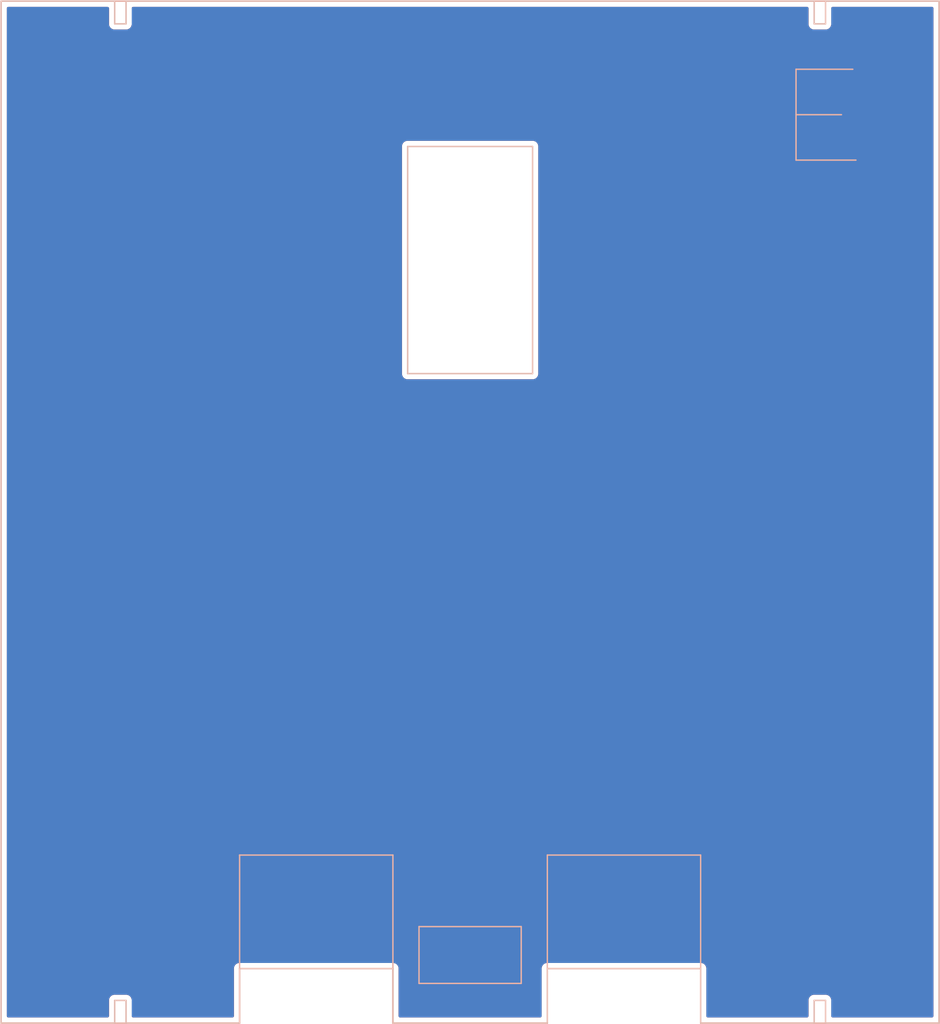
<source format=kicad_pcb>
(kicad_pcb
	(version 20240108)
	(generator "pcbnew")
	(generator_version "8.0")
	(general
		(thickness 1.6)
		(legacy_teardrops no)
	)
	(paper "A4")
	(layers
		(0 "F.Cu" signal)
		(31 "B.Cu" signal)
		(34 "B.Paste" user)
		(35 "F.Paste" user)
		(36 "B.SilkS" user "B.Silkscreen")
		(37 "F.SilkS" user "F.Silkscreen")
		(38 "B.Mask" user)
		(39 "F.Mask" user)
		(40 "Dwgs.User" user "User.Drawings")
		(44 "Edge.Cuts" user)
		(45 "Margin" user)
		(46 "B.CrtYd" user "B.Courtyard")
		(47 "F.CrtYd" user "F.Courtyard")
	)
	(setup
		(pad_to_mask_clearance 0)
		(allow_soldermask_bridges_in_footprints no)
		(pcbplotparams
			(layerselection 0x00010fc_ffffffff)
			(plot_on_all_layers_selection 0x0000000_00000000)
			(disableapertmacros no)
			(usegerberextensions no)
			(usegerberattributes yes)
			(usegerberadvancedattributes yes)
			(creategerberjobfile yes)
			(dashed_line_dash_ratio 12.000000)
			(dashed_line_gap_ratio 3.000000)
			(svgprecision 4)
			(plotframeref no)
			(viasonmask no)
			(mode 1)
			(useauxorigin no)
			(hpglpennumber 1)
			(hpglpenspeed 20)
			(hpglpendiameter 15.000000)
			(pdf_front_fp_property_popups yes)
			(pdf_back_fp_property_popups yes)
			(dxfpolygonmode yes)
			(dxfimperialunits yes)
			(dxfusepcbnewfont yes)
			(psnegative no)
			(psa4output no)
			(plotreference yes)
			(plotvalue yes)
			(plotfptext yes)
			(plotinvisibletext no)
			(sketchpadsonfab no)
			(subtractmaskfromsilk no)
			(outputformat 1)
			(mirror no)
			(drillshape 0)
			(scaleselection 1)
			(outputdirectory "../Gerbers1_0.8/")
		)
	)
	(net 0 "")
	(gr_line
		(start 189.6 141.1)
		(end 189.6 51.1)
		(stroke
			(width 0.127)
			(type default)
		)
		(layer "B.SilkS")
		(uuid "05f43510-7814-41be-af68-4c71278fb1f5")
	)
	(gr_line
		(start 143.8 137.6)
		(end 143.8 132.6)
		(stroke
			(width 0.127)
			(type default)
		)
		(layer "B.SilkS")
		(uuid "06e753b9-ad36-4fd2-ad4a-d6b6bb270530")
	)
	(gr_line
		(start 153.8 83.9)
		(end 142.8 83.9)
		(stroke
			(width 0.127)
			(type default)
		)
		(layer "B.SilkS")
		(uuid "09806cd5-42a3-45f7-a0ac-32bb5a077924")
	)
	(gr_line
		(start 128 141.1)
		(end 128 136.3)
		(stroke
			(width 0.127)
			(type default)
		)
		(layer "B.SilkS")
		(uuid "0c055b7b-8125-4dec-a318-eba6d4636cbc")
	)
	(gr_line
		(start 189.6 141.1)
		(end 189.6 51.1)
		(stroke
			(width 0.127)
			(type default)
		)
		(layer "B.SilkS")
		(uuid "1387e6cf-df15-4fad-9627-c45bdc4a79ab")
	)
	(gr_line
		(start 178.598464 53.099999)
		(end 178.598464 51.1)
		(stroke
			(width 0.127)
			(type default)
		)
		(layer "B.SilkS")
		(uuid "1769392d-76ba-4558-b2a0-60a7af315f8c")
	)
	(gr_line
		(start 118 53.099999)
		(end 118 51.1)
		(stroke
			(width 0.127)
			(type default)
		)
		(layer "B.SilkS")
		(uuid "1cbe80e6-309a-4b78-be4a-9500da2a6917")
	)
	(gr_line
		(start 141.5 136.3)
		(end 141.5 126.3)
		(stroke
			(width 0.127)
			(type default)
		)
		(layer "B.SilkS")
		(uuid "20b12859-a28e-4f4e-aba7-7306c8f25031")
	)
	(gr_line
		(start 107 141.1)
		(end 117 141.1)
		(stroke
			(width 0.127)
			(type default)
		)
		(layer "B.SilkS")
		(uuid "23ba5188-034f-4ee4-aeb9-95fa42d09e6b")
	)
	(gr_line
		(start 128 141.1)
		(end 128 136.3)
		(stroke
			(width 0.127)
			(type default)
		)
		(layer "B.SilkS")
		(uuid "34be9c1b-d0f8-4239-bd96-a4bc425d30a2")
	)
	(gr_line
		(start 177.000001 57.099999)
		(end 182.000001 57.099999)
		(stroke
			(width 0.127)
			(type default)
		)
		(layer "B.SilkS")
		(uuid "36fd989b-2c76-4e6f-8ebd-7d51299615a6")
	)
	(gr_line
		(start 117 53.099999)
		(end 117 51.1)
		(stroke
			(width 0.127)
			(type default)
		)
		(layer "B.SilkS")
		(uuid "3ce1f1f3-1103-4a86-90c1-d1d127c0f100")
	)
	(gr_line
		(start 179.598464 53.099999)
		(end 179.598464 51.1)
		(stroke
			(width 0.127)
			(type default)
		)
		(layer "B.SilkS")
		(uuid "414e11e3-6e64-48bd-a619-7e432f0ce169")
	)
	(gr_line
		(start 168.6 141.1)
		(end 178.598464 141.1)
		(stroke
			(width 0.127)
			(type default)
		)
		(layer "B.SilkS")
		(uuid "4538b33b-476c-4587-a7fc-859bac2541e5")
	)
	(gr_line
		(start 141.5 126.3)
		(end 128 126.3)
		(stroke
			(width 0.127)
			(type default)
		)
		(layer "B.SilkS")
		(uuid "479c79ad-3a29-4e12-9f53-8d8ea63b78a5")
	)
	(gr_line
		(start 168.6 136.3)
		(end 168.6 141.1)
		(stroke
			(width 0.127)
			(type default)
		)
		(layer "B.SilkS")
		(uuid "4c1670fb-8194-467c-bc1e-5312950b5e12")
	)
	(gr_line
		(start 117 53.099999)
		(end 118 53.099999)
		(stroke
			(width 0.127)
			(type default)
		)
		(layer "B.SilkS")
		(uuid "52e378c8-6264-4cee-b7bf-4e186993d54b")
	)
	(gr_line
		(start 177.000001 65.099999)
		(end 177.000001 57.099999)
		(stroke
			(width 0.127)
			(type default)
		)
		(layer "B.SilkS")
		(uuid "551fb971-f6fd-46b6-b23e-0e7508d079fb")
	)
	(gr_line
		(start 178.598464 139.1)
		(end 178.598464 141.1)
		(stroke
			(width 0.127)
			(type default)
		)
		(layer "B.SilkS")
		(uuid "5a86925a-2fdf-4c77-be6b-96eaad34c6e0")
	)
	(gr_line
		(start 118 141.1)
		(end 128 141.1)
		(stroke
			(width 0.127)
			(type default)
		)
		(layer "B.SilkS")
		(uuid "5b570d6d-7d9a-44e7-8fef-01792b805f72")
	)
	(gr_line
		(start 142.8 63.9)
		(end 153.8 63.9)
		(stroke
			(width 0.127)
			(type default)
		)
		(layer "B.SilkS")
		(uuid "5c484473-14ac-4ce0-bc25-eac06d4c4ecb")
	)
	(gr_line
		(start 155.1 126.3)
		(end 155.1 136.3)
		(stroke
			(width 0.127)
			(type default)
		)
		(layer "B.SilkS")
		(uuid "715ba6b4-230f-4bcd-b718-2d6befb7c0f1")
	)
	(gr_line
		(start 107 141.1)
		(end 128 141.1)
		(stroke
			(width 0.127)
			(type default)
		)
		(layer "B.SilkS")
		(uuid "76b77f63-2f5f-4f68-8668-d4b323b462bc")
	)
	(gr_line
		(start 128 126.3)
		(end 128 136.3)
		(stroke
			(width 0.127)
			(type default)
		)
		(layer "B.SilkS")
		(uuid "77b96a56-4ace-421a-baa0-656cc40060ea")
	)
	(gr_line
		(start 179.598464 53.099999)
		(end 178.598464 53.099999)
		(stroke
			(width 0.127)
			(type default)
		)
		(layer "B.SilkS")
		(uuid "7b4c3c95-6f20-4e18-96e7-4d49cb016a9f")
	)
	(gr_line
		(start 179.598464 141.1)
		(end 189.6 141.1)
		(stroke
			(width 0.127)
			(type default)
		)
		(layer "B.SilkS")
		(uuid "7ec57a28-6852-4e3d-9fe7-b1e243063717")
	)
	(gr_line
		(start 118 139.1)
		(end 117 139.1)
		(stroke
			(width 0.127)
			(type default)
		)
		(layer "B.SilkS")
		(uuid "816e200e-6eb6-486f-b778-3180bb81332a")
	)
	(gr_line
		(start 155.1 136.3)
		(end 168.6 136.3)
		(stroke
			(width 0.127)
			(type default)
		)
		(layer "B.SilkS")
		(uuid "8562ef61-64cb-4080-9ac0-58c43ef266c8")
	)
	(gr_line
		(start 177.000001 65.099999)
		(end 182.275287 65.099999)
		(stroke
			(width 0.127)
			(type default)
		)
		(layer "B.SilkS")
		(uuid "879dbb60-fb17-4bd2-aa06-35af9bbe1b6e")
	)
	(gr_line
		(start 177.000001 61.099999)
		(end 181.000001 61.099999)
		(stroke
			(width 0.127)
			(type default)
		)
		(layer "B.SilkS")
		(uuid "88144356-864d-4a87-9498-a21f958a2c55")
	)
	(gr_line
		(start 107 51.1)
		(end 107 141.1)
		(stroke
			(width 0.127)
			(type default)
		)
		(layer "B.SilkS")
		(uuid "8f4305b7-c2d0-49e5-a67b-98cf7166d610")
	)
	(gr_line
		(start 155.1 141.1)
		(end 155.1 136.3)
		(stroke
			(width 0.127)
			(type default)
		)
		(layer "B.SilkS")
		(uuid "9b19424d-9765-4e15-90d1-0268afc0035d")
	)
	(gr_line
		(start 141.5 141.1)
		(end 155.1 141.1)
		(stroke
			(width 0.127)
			(type default)
		)
		(layer "B.SilkS")
		(uuid "9b3ad184-68c5-47dc-a02f-d153c026723f")
	)
	(gr_line
		(start 155.1 141.1)
		(end 155.1 136.3)
		(stroke
			(width 0.127)
			(type default)
		)
		(layer "B.SilkS")
		(uuid "9f3d5605-067b-4513-9269-e623d7f4a933")
	)
	(gr_line
		(start 143.8 132.6)
		(end 152.8 132.6)
		(stroke
			(width 0.127)
			(type default)
		)
		(layer "B.SilkS")
		(uuid "9fc01870-a08f-4ac9-83c4-36dadf267560")
	)
	(gr_line
		(start 168.6 126.3)
		(end 155.1 126.3)
		(stroke
			(width 0.127)
			(type default)
		)
		(layer "B.SilkS")
		(uuid "a4a42fdb-b6ff-4e2e-bfa3-a15478b8befc")
	)
	(gr_line
		(start 189.6 51.1)
		(end 107 51.1)
		(stroke
			(width 0.127)
			(type default)
		)
		(layer "B.SilkS")
		(uuid "a93c0bf7-cea6-41ea-973d-1817673671a2")
	)
	(gr_line
		(start 152.8 137.6)
		(end 143.8 137.6)
		(stroke
			(width 0.127)
			(type default)
		)
		(layer "B.SilkS")
		(uuid "b02d2c6e-14fe-45e2-9b01-f4ca562a69c5")
	)
	(gr_line
		(start 107 51.1)
		(end 117 51.1)
		(stroke
			(width 0.127)
			(type default)
		)
		(layer "B.SilkS")
		(uuid "b3db8b0f-4cc1-4362-b8e5-4ea4f14ee1bd")
	)
	(gr_line
		(start 117 139.1)
		(end 117 141.1)
		(stroke
			(width 0.127)
			(type default)
		)
		(layer "B.SilkS")
		(uuid "c0c0b9b3-4a13-4d95-a393-b91745ac81b3")
	)
	(gr_line
		(start 142.8 83.9)
		(end 142.8 63.9)
		(stroke
			(width 0.127)
			(type default)
		)
		(layer "B.SilkS")
		(uuid "c2b2596f-1424-496e-897f-9aa4fd4bd65e")
	)
	(gr_line
		(start 179.598464 141.1)
		(end 179.598464 139.1)
		(stroke
			(width 0.127)
			(type default)
		)
		(layer "B.SilkS")
		(uuid "c42f42a3-db24-4d7f-8f88-f796f54b7550")
	)
	(gr_line
		(start 118 141.1)
		(end 118 139.1)
		(stroke
			(width 0.127)
			(type default)
		)
		(layer "B.SilkS")
		(uuid "df0477a0-5923-4fd3-9a6b-596b5d717554")
	)
	(gr_line
		(start 128 136.3)
		(end 141.5 136.3)
		(stroke
			(width 0.127)
			(type default)
		)
		(layer "B.SilkS")
		(uuid "df8c673f-7e05-451f-ac6e-749411c31d49")
	)
	(gr_line
		(start 141.5 136.3)
		(end 141.5 141.1)
		(stroke
			(width 0.127)
			(type default)
		)
		(layer "B.SilkS")
		(uuid "e30c7dcc-ca1f-4961-aab9-4d4913f02117")
	)
	(gr_line
		(start 107 51.1)
		(end 107 141.1)
		(stroke
			(width 0.127)
			(type default)
		)
		(layer "B.SilkS")
		(uuid "e329dbb2-a5ab-42d1-bb52-fc8ef457455b")
	)
	(gr_line
		(start 168.6 141.1)
		(end 189.6 141.1)
		(stroke
			(width 0.127)
			(type default)
		)
		(layer "B.SilkS")
		(uuid "e43e49d4-4669-4308-b5ec-26beff8e02d0")
	)
	(gr_line
		(start 141.5 141.1)
		(end 155.1 141.1)
		(stroke
			(width 0.127)
			(type default)
		)
		(layer "B.SilkS")
		(uuid "e4cb1a5d-f982-4c3a-a161-3b4dbd698e29")
	)
	(gr_line
		(start 179.598464 51.1)
		(end 189.6 51.1)
		(stroke
			(width 0.127)
			(type default)
		)
		(layer "B.SilkS")
		(uuid "e5bf475d-a6b2-4be9-a5f8-c3e631f97826")
	)
	(gr_line
		(start 155.1 136.3)
		(end 168.6 136.3)
		(stroke
			(width 0.127)
			(type default)
		)
		(layer "B.SilkS")
		(uuid "e726675c-c749-4513-a7fb-bcbad1fa6ecf")
	)
	(gr_line
		(start 152.8 132.6)
		(end 152.8 137.6)
		(stroke
			(width 0.127)
			(type default)
		)
		(layer "B.SilkS")
		(uuid "e81666d9-2ca8-482a-b1fa-2cda52747a1c")
	)
	(gr_line
		(start 128 136.3)
		(end 141.5 136.3)
		(stroke
			(width 0.127)
			(type default)
		)
		(layer "B.SilkS")
		(uuid "eb1774b8-99a2-469f-9e5e-3d266a57614d")
	)
	(gr_line
		(start 168.6 136.3)
		(end 168.6 126.3)
		(stroke
			(width 0.127)
			(type default)
		)
		(layer "B.SilkS")
		(uuid "f1caaac3-bdda-4b53-933f-42dce69fe86c")
	)
	(gr_line
		(start 179.598464 139.1)
		(end 178.598464 139.1)
		(stroke
			(width 0.127)
			(type default)
		)
		(layer "B.SilkS")
		(uuid "f269557c-4026-4059-9939-60b064392ea5")
	)
	(gr_line
		(start 153.8 63.9)
		(end 153.8 83.9)
		(stroke
			(width 0.127)
			(type default)
		)
		(layer "B.SilkS")
		(uuid "f8f97d82-d7a4-42c8-9961-b48912e5633e")
	)
	(gr_line
		(start 141.5 136.3)
		(end 141.5 141.1)
		(stroke
			(width 0.127)
			(type default)
		)
		(layer "B.SilkS")
		(uuid "f97ca203-2707-4689-ada0-6b7cbbde6e26")
	)
	(gr_line
		(start 168.6 136.3)
		(end 168.6 141.1)
		(stroke
			(width 0.127)
			(type default)
		)
		(layer "B.SilkS")
		(uuid "fc02105e-c3d3-4331-9fff-4b12e13e3a30")
	)
	(gr_line
		(start 118 51.1)
		(end 178.598464 51.1)
		(stroke
			(width 0.127)
			(type default)
		)
		(layer "B.SilkS")
		(uuid "fc421174-d03a-467c-81da-f2c0fe66d988")
	)
	(gr_line
		(start 189.6 141.1)
		(end 189.6 51.1)
		(stroke
			(width 0.0254)
			(type default)
		)
		(layer "Edge.Cuts")
		(uuid "0745e50a-663b-4b23-9a61-fcad1ecfc9c9")
	)
	(gr_line
		(start 179.6 51.1)
		(end 179.6 53.1)
		(stroke
			(width 0.0254)
			(type default)
		)
		(layer "Edge.Cuts")
		(uuid "08c80ff3-2d6f-4401-b40c-419e434b4cdf")
	)
	(gr_line
		(start 168.6 141.1)
		(end 168.6 136.3)
		(stroke
			(width 0.0254)
			(type default)
		)
		(layer "Edge.Cuts")
		(uuid "098b0910-9fb5-4bce-9257-ec7ede3bc531")
	)
	(gr_line
		(start 142.8 83.9)
		(end 153.8 83.9)
		(stroke
			(width 0.0254)
			(type default)
		)
		(layer "Edge.Cuts")
		(uuid "0ede025c-2e62-4982-bd9a-397dcd0b06da")
	)
	(gr_line
		(start 168.6 136.3)
		(end 155.1 136.3)
		(stroke
			(width 0.0254)
			(type default)
		)
		(layer "Edge.Cuts")
		(uuid "19524236-fa65-42b6-9a01-d262656f0cef")
	)
	(gr_line
		(start 128 141.1)
		(end 128 136.3)
		(stroke
			(width 0.0254)
			(type default)
		)
		(layer "Edge.Cuts")
		(uuid "1a05804f-3640-487b-b2b1-09903bd4fd5e")
	)
	(gr_line
		(start 141.5 136.3)
		(end 141.5 141.1)
		(stroke
			(width 0.0254)
			(type default)
		)
		(layer "Edge.Cuts")
		(uuid "2d2d6a7b-9c26-4501-be39-db24297bb1c4")
	)
	(gr_line
		(start 178.6 141.1)
		(end 168.6 141.1)
		(stroke
			(width 0.0254)
			(type default)
		)
		(layer "Edge.Cuts")
		(uuid "2e87236a-330c-4367-bcca-a2c73ab4c2ba")
	)
	(gr_line
		(start 178.6 53.1)
		(end 178.6 51.1)
		(stroke
			(width 0.0254)
			(type default)
		)
		(layer "Edge.Cuts")
		(uuid "362396bc-ea63-49e3-8693-8b9881063671")
	)
	(gr_line
		(start 153.8 83.9)
		(end 153.8 63.9)
		(stroke
			(width 0.0254)
			(type default)
		)
		(layer "Edge.Cuts")
		(uuid "3636ef4e-c9bd-490d-bc9f-852045ea9145")
	)
	(gr_line
		(start 107 51.1)
		(end 107 141.1)
		(stroke
			(width 0.0254)
			(type default)
		)
		(layer "Edge.Cuts")
		(uuid "3894010e-134d-47b4-8acd-aec21fc21528")
	)
	(gr_line
		(start 117 53.1)
		(end 117 51.1)
		(stroke
			(width 0.0254)
			(type default)
		)
		(layer "Edge.Cuts")
		(uuid "528108ba-ab81-47e2-adae-ec6bb7b2c4f2")
	)
	(gr_line
		(start 178.6 139.1)
		(end 178.6 141.1)
		(stroke
			(width 0.0254)
			(type default)
		)
		(layer "Edge.Cuts")
		(uuid "5ae402c4-bd3a-41bc-aa01-ea3f0fdc291e")
	)
	(gr_line
		(start 189.6 141.1)
		(end 179.6 141.1)
		(stroke
			(width 0.0254)
			(type default)
		)
		(layer "Edge.Cuts")
		(uuid "5e5c6925-d1f3-4044-b07e-85c39add286f")
	)
	(gr_line
		(start 155.1 136.3)
		(end 155.1 141.1)
		(stroke
			(width 0.0254)
			(type default)
		)
		(layer "Edge.Cuts")
		(uuid "77b43ebe-1b0f-40a3-b982-ec71f707372c")
	)
	(gr_line
		(start 117 141.1)
		(end 107 141.1)
		(stroke
			(width 0.0254)
			(type default)
		)
		(layer "Edge.Cuts")
		(uuid "7d9c5265-9a6c-4b45-a5eb-c0a65d130986")
	)
	(gr_line
		(start 179.6 51.1)
		(end 189.6 51.1)
		(stroke
			(width 0.0254)
			(type default)
		)
		(layer "Edge.Cuts")
		(uuid "87bd3035-4096-4f53-89f6-33d4ed39267d")
	)
	(gr_line
		(start 142.8 63.9)
		(end 142.8 83.9)
		(stroke
			(width 0.0254)
			(type default)
		)
		(layer "Edge.Cuts")
		(uuid "8a88a92d-a1e3-45d8-9b01-41857e03f55e")
	)
	(gr_line
		(start 128 141.1)
		(end 118 141.1)
		(stroke
			(width 0.0254)
			(type default)
		)
		(layer "Edge.Cuts")
		(uuid "963e11d7-bef0-40df-9f33-acc37e38d5dd")
	)
	(gr_line
		(start 117 51.1)
		(end 107 51.1)
		(stroke
			(width 0.0254)
			(type default)
		)
		(layer "Edge.Cuts")
		(uuid "9a125633-0358-4264-8c87-62e51df22471")
	)
	(gr_line
		(start 179.6 141.1)
		(end 179.6 139.1)
		(stroke
			(width 0.0254)
			(type default)
		)
		(layer "Edge.Cuts")
		(uuid "af448a41-0e69-4f1b-bb1a-fb8b8fd51b21")
	)
	(gr_line
		(start 179.6 53.1)
		(end 178.6 53.1)
		(stroke
			(width 0.0254)
			(type default)
		)
		(layer "Edge.Cuts")
		(uuid "b3130f02-a679-4a9a-8bca-94daa5f3c4f6")
	)
	(gr_line
		(start 118 141.1)
		(end 118 139.1)
		(stroke
			(width 0.0254)
			(type default)
		)
		(layer "Edge.Cuts")
		(uuid "bfd5c488-f209-4918-8efc-74273cc62e98")
	)
	(gr_line
		(start 118 51.1)
		(end 178.6 51.1)
		(stroke
			(width 0.0254)
			(type default)
		)
		(layer "Edge.Cuts")
		(uuid "c7bbfc5d-d368-42e9-aa37-9778faa78c31")
	)
	(gr_line
		(start 117 139.1)
		(end 117 141.1)
		(stroke
			(width 0.0254)
			(type default)
		)
		(layer "Edge.Cuts")
		(uuid "d733f973-097e-42e7-9d99-100d5dae6350")
	)
	(gr_line
		(start 155.1 141.1)
		(end 141.5 141.1)
		(stroke
			(width 0.0254)
			(type default)
		)
		(layer "Edge.Cuts")
		(uuid "e52ffbdb-1e33-4e60-bad8-ebcdc506966c")
	)
	(gr_line
		(start 118 51.1)
		(end 118 53.1)
		(stroke
			(width 0.0254)
			(type default)
		)
		(layer "Edge.Cuts")
		(uuid "e7190e16-0d1f-41d7-91ef-103cd41a6829")
	)
	(gr_line
		(start 118 139.1)
		(end 117 139.1)
		(stroke
			(width 0.0254)
			(type default)
		)
		(layer "Edge.Cuts")
		(uuid "e9ef4ccb-5be8-49fa-8d75-bfa63c609c87")
	)
	(gr_line
		(start 179.6 139.1)
		(end 178.6 139.1)
		(stroke
			(width 0.0254)
			(type default)
		)
		(layer "Edge.Cuts")
		(uuid "ef7a304d-140b-4d68-8b3e-11fd2f12afe9")
	)
	(gr_line
		(start 118 53.1)
		(end 117 53.1)
		(stroke
			(width 0.0254)
			(type default)
		)
		(layer "Edge.Cuts")
		(uuid "f0e33ac3-ca39-4955-83dd-37ef28d168e7")
	)
	(gr_line
		(start 153.8 63.9)
		(end 142.8 63.9)
		(stroke
			(width 0.0254)
			(type default)
		)
		(layer "Edge.Cuts")
		(uuid "f89b03f2-2013-4a76-80d4-eac5027e598f")
	)
	(gr_line
		(start 128 136.3)
		(end 141.5 136.3)
		(stroke
			(width 0.0254)
			(type default)
		)
		(layer "Edge.Cuts")
		(uuid "f93e3b9e-cb69-49f6-84fb-0833e3439e48")
	)
	(gr_text "Solar Deployables\nMechanical Stand-in\n0.8mm"
		(at 148.3 57.6 0)
		(layer "B.Mask")
		(uuid "e404f826-fe9f-4db0-807d-43f981490707")
		(effects
			(font
				(size 1.27 1.27)
				(thickness 0.1778)
			)
			(justify mirror)
		)
	)
	(gr_text "Solar Deployables\nMechanical Stand-in\n0.8mm"
		(at 148.3 57.6 0)
		(layer "F.Mask")
		(uuid "bbe4c4ad-148e-4dff-95d7-e0d9225bf76d")
		(effects
			(font
				(size 1.27 1.27)
				(thickness 0.1778)
			)
		)
	)
	(zone
		(net 0)
		(net_name "")
		(layers "F&B.Cu")
		(uuid "dbbfdcf9-3ff7-4aa8-90ae-29b920db08cb")
		(hatch edge 0.5)
		(connect_pads yes
			(clearance 0.254)
		)
		(min_thickness 0.254)
		(filled_areas_thickness no)
		(fill yes
			(thermal_gap 0.5)
			(thermal_bridge_width 0.5)
			(island_removal_mode 1)
			(island_area_min 9.999999)
		)
		(polygon
			(pts
				(xy 106.9 51) (xy 189.7 51) (xy 189.7 141.2) (xy 106.9 141.2)
			)
		)
		(filled_polygon
			(layer "F.Cu")
			(island)
			(pts
				(xy 116.441621 51.620502) (xy 116.488114 51.674158) (xy 116.4995 51.7265) (xy 116.4995 53.034108)
				(xy 116.4995 53.165892) (xy 116.524467 53.259073) (xy 116.533607 53.293183) (xy 116.53361 53.29319)
				(xy 116.599497 53.40731) (xy 116.599505 53.40732) (xy 116.692679 53.500494) (xy 116.692684 53.500498)
				(xy 116.692686 53.5005) (xy 116.806814 53.566392) (xy 116.934108 53.6005) (xy 116.93411 53.6005)
				(xy 118.06589 53.6005) (xy 118.065892 53.6005) (xy 118.193186 53.566392) (xy 118.307314 53.5005)
				(xy 118.4005 53.407314) (xy 118.466392 53.293186) (xy 118.5005 53.165892) (xy 118.5005 51.7265)
				(xy 118.520502 51.658379) (xy 118.574158 51.611886) (xy 118.6265 51.6005) (xy 177.9735 51.6005)
				(xy 178.041621 51.620502) (xy 178.088114 51.674158) (xy 178.0995 51.7265) (xy 178.0995 53.034108)
				(xy 178.0995 53.165892) (xy 178.124467 53.259073) (xy 178.133607 53.293183) (xy 178.13361 53.29319)
				(xy 178.199497 53.40731) (xy 178.199505 53.40732) (xy 178.292679 53.500494) (xy 178.292684 53.500498)
				(xy 178.292686 53.5005) (xy 178.406814 53.566392) (xy 178.534108 53.6005) (xy 178.53411 53.6005)
				(xy 179.66589 53.6005) (xy 179.665892 53.6005) (xy 179.793186 53.566392) (xy 179.907314 53.5005)
				(xy 180.0005 53.407314) (xy 180.066392 53.293186) (xy 180.1005 53.165892) (xy 180.1005 51.7265)
				(xy 180.120502 51.658379) (xy 180.174158 51.611886) (xy 180.2265 51.6005) (xy 188.9735 51.6005)
				(xy 189.041621 51.620502) (xy 189.088114 51.674158) (xy 189.0995 51.7265) (xy 189.0995 140.4735)
				(xy 189.079498 140.541621) (xy 189.025842 140.588114) (xy 188.9735 140.5995) (xy 180.2265 140.5995)
				(xy 180.158379 140.579498) (xy 180.111886 140.525842) (xy 180.1005 140.4735) (xy 180.1005 139.034109)
				(xy 180.1005 139.034108) (xy 180.066392 138.906814) (xy 180.0005 138.792686) (xy 180.000498 138.792684)
				(xy 180.000494 138.792679) (xy 179.90732 138.699505) (xy 179.90731 138.699497) (xy 179.79319 138.63361)
				(xy 179.793187 138.633609) (xy 179.793186 138.633608) (xy 179.793184 138.633607) (xy 179.793183 138.633607)
				(xy 179.759073 138.624467) (xy 179.665892 138.5995) (xy 178.665892 138.5995) (xy 178.534108 138.5995)
				(xy 178.465894 138.617777) (xy 178.406816 138.633607) (xy 178.406809 138.63361) (xy 178.292689 138.699497)
				(xy 178.292679 138.699505) (xy 178.199505 138.792679) (xy 178.199497 138.792689) (xy 178.13361 138.906809)
				(xy 178.133607 138.906816) (xy 178.0995 139.034109) (xy 178.0995 140.4735) (xy 178.079498 140.541621)
				(xy 178.025842 140.588114) (xy 177.9735 140.5995) (xy 169.2265 140.5995) (xy 169.158379 140.579498)
				(xy 169.111886 140.525842) (xy 169.1005 140.4735) (xy 169.1005 136.234109) (xy 169.1005 136.234108)
				(xy 169.066392 136.106814) (xy 169.0005 135.992686) (xy 169.000498 135.992684) (xy 169.000494 135.992679)
				(xy 168.90732 135.899505) (xy 168.90731 135.899497) (xy 168.79319 135.83361) (xy 168.793187 135.833609)
				(xy 168.793186 135.833608) (xy 168.793184 135.833607) (xy 168.793183 135.833607) (xy 168.759073 135.824467)
				(xy 168.665892 135.7995) (xy 155.165892 135.7995) (xy 155.034108 135.7995) (xy 154.965894 135.817777)
				(xy 154.906816 135.833607) (xy 154.906809 135.83361) (xy 154.792689 135.899497) (xy 154.792679 135.899505)
				(xy 154.699505 135.992679) (xy 154.699497 135.992689) (xy 154.63361 136.106809) (xy 154.633607 136.106816)
				(xy 154.5995 136.234109) (xy 154.5995 140.4735) (xy 154.579498 140.541621) (xy 154.525842 140.588114)
				(xy 154.4735 140.5995) (xy 142.1265 140.5995) (xy 142.058379 140.579498) (xy 142.011886 140.525842)
				(xy 142.0005 140.4735) (xy 142.0005 136.234109) (xy 142.0005 136.234108) (xy 141.966392 136.106814)
				(xy 141.9005 135.992686) (xy 141.900498 135.992684) (xy 141.900494 135.992679) (xy 141.80732 135.899505)
				(xy 141.80731 135.899497) (xy 141.69319 135.83361) (xy 141.693187 135.833609) (xy 141.693186 135.833608)
				(xy 141.693184 135.833607) (xy 141.693183 135.833607) (xy 141.659073 135.824467) (xy 141.565892 135.7995)
				(xy 128.065892 135.7995) (xy 127.934108 135.7995) (xy 127.865894 135.817777) (xy 127.806816 135.833607)
				(xy 127.806809 135.83361) (xy 127.692689 135.899497) (xy 127.692679 135.899505) (xy 127.599505 135.992679)
				(xy 127.599497 135.992689) (xy 127.53361 136.106809) (xy 127.533607 136.106816) (xy 127.4995 136.234109)
				(xy 127.4995 140.4735) (xy 127.479498 140.541621) (xy 127.425842 140.588114) (xy 127.3735 140.5995)
				(xy 118.6265 140.5995) (xy 118.558379 140.579498) (xy 118.511886 140.525842) (xy 118.5005 140.4735)
				(xy 118.5005 139.034109) (xy 118.5005 139.034108) (xy 118.466392 138.906814) (xy 118.4005 138.792686)
				(xy 118.400498 138.792684) (xy 118.400494 138.792679) (xy 118.30732 138.699505) (xy 118.30731 138.699497)
				(xy 118.19319 138.63361) (xy 118.193187 138.633609) (xy 118.193186 138.633608) (xy 118.193184 138.633607)
				(xy 118.193183 138.633607) (xy 118.159073 138.624467) (xy 118.065892 138.5995) (xy 117.065892 138.5995)
				(xy 116.934108 138.5995) (xy 116.865894 138.617777) (xy 116.806816 138.633607) (xy 116.806809 138.63361)
				(xy 116.692689 138.699497) (xy 116.692679 138.699505) (xy 116.599505 138.792679) (xy 116.599497 138.792689)
				(xy 116.53361 138.906809) (xy 116.533607 138.906816) (xy 116.4995 139.034109) (xy 116.4995 140.4735)
				(xy 116.479498 140.541621) (xy 116.425842 140.588114) (xy 116.3735 140.5995) (xy 107.6265 140.5995)
				(xy 107.558379 140.579498) (xy 107.511886 140.525842) (xy 107.5005 140.4735) (xy 107.5005 63.834108)
				(xy 142.2995 63.834108) (xy 142.2995 83.965892) (xy 142.324467 84.059073) (xy 142.333607 84.093183)
				(xy 142.33361 84.09319) (xy 142.399497 84.20731) (xy 142.399505 84.20732) (xy 142.492679 84.300494)
				(xy 142.492684 84.300498) (xy 142.492686 84.3005) (xy 142.606814 84.366392) (xy 142.734108 84.4005)
				(xy 142.73411 84.4005) (xy 153.86589 84.4005) (xy 153.865892 84.4005) (xy 153.993186 84.366392)
				(xy 154.107314 84.3005) (xy 154.2005 84.207314) (xy 154.266392 84.093186) (xy 154.3005 83.965892)
				(xy 154.3005 63.834108) (xy 154.266392 63.706814) (xy 154.2005 63.592686) (xy 154.200498 63.592684)
				(xy 154.200494 63.592679) (xy 154.10732 63.499505) (xy 154.10731 63.499497) (xy 153.99319 63.43361)
				(xy 153.993187 63.433609) (xy 153.993186 63.433608) (xy 153.993184 63.433607) (xy 153.993183 63.433607)
				(xy 153.959073 63.424467) (xy 153.865892 63.3995) (xy 142.865892 63.3995) (xy 142.734108 63.3995)
				(xy 142.665894 63.417777) (xy 142.606816 63.433607) (xy 142.606809 63.43361) (xy 142.492689 63.499497)
				(xy 142.492679 63.499505) (xy 142.399505 63.592679) (xy 142.399497 63.592689) (xy 142.33361 63.706809)
				(xy 142.333608 63.706814) (xy 142.2995 63.834108) (xy 107.5005 63.834108) (xy 107.5005 51.7265)
				(xy 107.520502 51.658379) (xy 107.574158 51.611886) (xy 107.6265 51.6005) (xy 116.3735 51.6005)
			)
		)
		(filled_polygon
			(layer "B.Cu")
			(island)
			(pts
				(xy 116.441621 51.620502) (xy 116.488114 51.674158) (xy 116.4995 51.7265) (xy 116.4995 53.034108)
				(xy 116.4995 53.165892) (xy 116.524467 53.259073) (xy 116.533607 53.293183) (xy 116.53361 53.29319)
				(xy 116.599497 53.40731) (xy 116.599505 53.40732) (xy 116.692679 53.500494) (xy 116.692684 53.500498)
				(xy 116.692686 53.5005) (xy 116.806814 53.566392) (xy 116.934108 53.6005) (xy 116.93411 53.6005)
				(xy 118.06589 53.6005) (xy 118.065892 53.6005) (xy 118.193186 53.566392) (xy 118.307314 53.5005)
				(xy 118.4005 53.407314) (xy 118.466392 53.293186) (xy 118.5005 53.165892) (xy 118.5005 51.7265)
				(xy 118.520502 51.658379) (xy 118.574158 51.611886) (xy 118.6265 51.6005) (xy 177.9735 51.6005)
				(xy 178.041621 51.620502) (xy 178.088114 51.674158) (xy 178.0995 51.7265) (xy 178.0995 53.034108)
				(xy 178.0995 53.165892) (xy 178.124467 53.259073) (xy 178.133607 53.293183) (xy 178.13361 53.29319)
				(xy 178.199497 53.40731) (xy 178.199505 53.40732) (xy 178.292679 53.500494) (xy 178.292684 53.500498)
				(xy 178.292686 53.5005) (xy 178.406814 53.566392) (xy 178.534108 53.6005) (xy 178.53411 53.6005)
				(xy 179.66589 53.6005) (xy 179.665892 53.6005) (xy 179.793186 53.566392) (xy 179.907314 53.5005)
				(xy 180.0005 53.407314) (xy 180.066392 53.293186) (xy 180.1005 53.165892) (xy 180.1005 51.7265)
				(xy 180.120502 51.658379) (xy 180.174158 51.611886) (xy 180.2265 51.6005) (xy 188.9735 51.6005)
				(xy 189.041621 51.620502) (xy 189.088114 51.674158) (xy 189.0995 51.7265) (xy 189.0995 140.4735)
				(xy 189.079498 140.541621) (xy 189.025842 140.588114) (xy 188.9735 140.5995) (xy 180.2265 140.5995)
				(xy 180.158379 140.579498) (xy 180.111886 140.525842) (xy 180.1005 140.4735) (xy 180.1005 139.034109)
				(xy 180.1005 139.034108) (xy 180.066392 138.906814) (xy 180.0005 138.792686) (xy 180.000498 138.792684)
				(xy 180.000494 138.792679) (xy 179.90732 138.699505) (xy 179.90731 138.699497) (xy 179.79319 138.63361)
				(xy 179.793187 138.633609) (xy 179.793186 138.633608) (xy 179.793184 138.633607) (xy 179.793183 138.633607)
				(xy 179.759073 138.624467) (xy 179.665892 138.5995) (xy 178.665892 138.5995) (xy 178.534108 138.5995)
				(xy 178.465894 138.617777) (xy 178.406816 138.633607) (xy 178.406809 138.63361) (xy 178.292689 138.699497)
				(xy 178.292679 138.699505) (xy 178.199505 138.792679) (xy 178.199497 138.792689) (xy 178.13361 138.906809)
				(xy 178.133607 138.906816) (xy 178.0995 139.034109) (xy 178.0995 140.4735) (xy 178.079498 140.541621)
				(xy 178.025842 140.588114) (xy 177.9735 140.5995) (xy 169.2265 140.5995) (xy 169.158379 140.579498)
				(xy 169.111886 140.525842) (xy 169.1005 140.4735) (xy 169.1005 136.234109) (xy 169.1005 136.234108)
				(xy 169.066392 136.106814) (xy 169.0005 135.992686) (xy 169.000498 135.992684) (xy 169.000494 135.992679)
				(xy 168.90732 135.899505) (xy 168.90731 135.899497) (xy 168.79319 135.83361) (xy 168.793187 135.833609)
				(xy 168.793186 135.833608) (xy 168.793184 135.833607) (xy 168.793183 135.833607) (xy 168.759073 135.824467)
				(xy 168.665892 135.7995) (xy 155.165892 135.7995) (xy 155.034108 135.7995) (xy 154.965894 135.817777)
				(xy 154.906816 135.833607) (xy 154.906809 135.83361) (xy 154.792689 135.899497) (xy 154.792679 135.899505)
				(xy 154.699505 135.992679) (xy 154.699497 135.992689) (xy 154.63361 136.106809) (xy 154.633607 136.106816)
				(xy 154.5995 136.234109) (xy 154.5995 140.4735) (xy 154.579498 140.541621) (xy 154.525842 140.588114)
				(xy 154.4735 140.5995) (xy 142.1265 140.5995) (xy 142.058379 140.579498) (xy 142.011886 140.525842)
				(xy 142.0005 140.4735) (xy 142.0005 136.234109) (xy 142.0005 136.234108) (xy 141.966392 136.106814)
				(xy 141.9005 135.992686) (xy 141.900498 135.992684) (xy 141.900494 135.992679) (xy 141.80732 135.899505)
				(xy 141.80731 135.899497) (xy 141.69319 135.83361) (xy 141.693187 135.833609) (xy 141.693186 135.833608)
				(xy 141.693184 135.833607) (xy 141.693183 135.833607) (xy 141.659073 135.824467) (xy 141.565892 135.7995)
				(xy 128.065892 135.7995) (xy 127.934108 135.7995) (xy 127.865894 135.817777) (xy 127.806816 135.833607)
				(xy 127.806809 135.83361) (xy 127.692689 135.899497) (xy 127.692679 135.899505) (xy 127.599505 135.992679)
				(xy 127.599497 135.992689) (xy 127.53361 136.106809) (xy 127.533607 136.106816) (xy 127.4995 136.234109)
				(xy 127.4995 140.4735) (xy 127.479498 140.541621) (xy 127.425842 140.588114) (xy 127.3735 140.5995)
				(xy 118.6265 140.5995) (xy 118.558379 140.579498) (xy 118.511886 140.525842) (xy 118.5005 140.4735)
				(xy 118.5005 139.034109) (xy 118.5005 139.034108) (xy 118.466392 138.906814) (xy 118.4005 138.792686)
				(xy 118.400498 138.792684) (xy 118.400494 138.792679) (xy 118.30732 138.699505) (xy 118.30731 138.699497)
				(xy 118.19319 138.63361) (xy 118.193187 138.633609) (xy 118.193186 138.633608) (xy 118.193184 138.633607)
				(xy 118.193183 138.633607) (xy 118.159073 138.624467) (xy 118.065892 138.5995) (xy 117.065892 138.5995)
				(xy 116.934108 138.5995) (xy 116.865894 138.617777) (xy 116.806816 138.633607) (xy 116.806809 138.63361)
				(xy 116.692689 138.699497) (xy 116.692679 138.699505) (xy 116.599505 138.792679) (xy 116.599497 138.792689)
				(xy 116.53361 138.906809) (xy 116.533607 138.906816) (xy 116.4995 139.034109) (xy 116.4995 140.4735)
				(xy 116.479498 140.541621) (xy 116.425842 140.588114) (xy 116.3735 140.5995) (xy 107.6265 140.5995)
				(xy 107.558379 140.579498) (xy 107.511886 140.525842) (xy 107.5005 140.4735) (xy 107.5005 63.834108)
				(xy 142.2995 63.834108) (xy 142.2995 83.965892) (xy 142.324467 84.059073) (xy 142.333607 84.093183)
				(xy 142.33361 84.09319) (xy 142.399497 84.20731) (xy 142.399505 84.20732) (xy 142.492679 84.300494)
				(xy 142.492684 84.300498) (xy 142.492686 84.3005) (xy 142.606814 84.366392) (xy 142.734108 84.4005)
				(xy 142.73411 84.4005) (xy 153.86589 84.4005) (xy 153.865892 84.4005) (xy 153.993186 84.366392)
				(xy 154.107314 84.3005) (xy 154.2005 84.207314) (xy 154.266392 84.093186) (xy 154.3005 83.965892)
				(xy 154.3005 63.834108) (xy 154.266392 63.706814) (xy 154.2005 63.592686) (xy 154.200498 63.592684)
				(xy 154.200494 63.592679) (xy 154.10732 63.499505) (xy 154.10731 63.499497) (xy 153.99319 63.43361)
				(xy 153.993187 63.433609) (xy 153.993186 63.433608) (xy 153.993184 63.433607) (xy 153.993183 63.433607)
				(xy 153.959073 63.424467) (xy 153.865892 63.3995) (xy 142.865892 63.3995) (xy 142.734108 63.3995)
				(xy 142.665894 63.417777) (xy 142.606816 63.433607) (xy 142.606809 63.43361) (xy 142.492689 63.499497)
				(xy 142.492679 63.499505) (xy 142.399505 63.592679) (xy 142.399497 63.592689) (xy 142.33361 63.706809)
				(xy 142.333608 63.706814) (xy 142.2995 63.834108) (xy 107.5005 63.834108) (xy 107.5005 51.7265)
				(xy 107.520502 51.658379) (xy 107.574158 51.611886) (xy 107.6265 51.6005) (xy 116.3735 51.6005)
			)
		)
	)
	(group ""
		(uuid "873a241e-5011-427e-80ba-9ac30ee5f140")
		(members "05f43510-7814-41be-af68-4c71278fb1f5" "06e753b9-ad36-4fd2-ad4a-d6b6bb270530"
			"09806cd5-42a3-45f7-a0ac-32bb5a077924" "0c055b7b-8125-4dec-a318-eba6d4636cbc"
			"1387e6cf-df15-4fad-9627-c45bdc4a79ab" "1769392d-76ba-4558-b2a0-60a7af315f8c"
			"1cbe80e6-309a-4b78-be4a-9500da2a6917" "20b12859-a28e-4f4e-aba7-7306c8f25031"
			"23ba5188-034f-4ee4-aeb9-95fa42d09e6b" "34be9c1b-d0f8-4239-bd96-a4bc425d30a2"
			"36fd989b-2c76-4e6f-8ebd-7d51299615a6" "3ce1f1f3-1103-4a86-90c1-d1d127c0f100"
			"414e11e3-6e64-48bd-a619-7e432f0ce169" "4538b33b-476c-4587-a7fc-859bac2541e5"
			"479c79ad-3a29-4e12-9f53-8d8ea63b78a5" "4c1670fb-8194-467c-bc1e-5312950b5e12"
			"52e378c8-6264-4cee-b7bf-4e186993d54b" "551fb971-f6fd-46b6-b23e-0e7508d079fb"
			"5a86925a-2fdf-4c77-be6b-96eaad34c6e0" "5b570d6d-7d9a-44e7-8fef-01792b805f72"
			"5c484473-14ac-4ce0-bc25-eac06d4c4ecb" "715ba6b4-230f-4bcd-b718-2d6befb7c0f1"
			"76b77f63-2f5f-4f68-8668-d4b323b462bc" "77b96a56-4ace-421a-baa0-656cc40060ea"
			"7b4c3c95-6f20-4e18-96e7-4d49cb016a9f" "7ec57a28-6852-4e3d-9fe7-b1e243063717"
			"816e200e-6eb6-486f-b778-3180bb81332a" "8562ef61-64cb-4080-9ac0-58c43ef266c8"
			"879dbb60-fb17-4bd2-aa06-35af9bbe1b6e" "88144356-864d-4a87-9498-a21f958a2c55"
			"8f4305b7-c2d0-49e5-a67b-98cf7166d610" "9b19424d-9765-4e15-90d1-0268afc0035d"
			"9b3ad184-68c5-47dc-a02f-d153c026723f" "9f3d5605-067b-4513-9269-e623d7f4a933"
			"9fc01870-a08f-4ac9-83c4-36dadf267560" "a4a42fdb-b6ff-4e2e-bfa3-a15478b8befc"
			"a93c0bf7-cea6-41ea-973d-1817673671a2" "b02d2c6e-14fe-45e2-9b01-f4ca562a69c5"
			"b3db8b0f-4cc1-4362-b8e5-4ea4f14ee1bd" "c0c0b9b3-4a13-4d95-a393-b91745ac81b3"
			"c2b2596f-1424-496e-897f-9aa4fd4bd65e" "c42f42a3-db24-4d7f-8f88-f796f54b7550"
			"df0477a0-5923-4fd3-9a6b-596b5d717554" "df8c673f-7e05-451f-ac6e-749411c31d49"
			"e30c7dcc-ca1f-4961-aab9-4d4913f02117" "e329dbb2-a5ab-42d1-bb52-fc8ef457455b"
			"e43e49d4-4669-4308-b5ec-26beff8e02d0" "e4cb1a5d-f982-4c3a-a161-3b4dbd698e29"
			"e5bf475d-a6b2-4be9-a5f8-c3e631f97826" "e726675c-c749-4513-a7fb-bcbad1fa6ecf"
			"e81666d9-2ca8-482a-b1fa-2cda52747a1c" "eb1774b8-99a2-469f-9e5e-3d266a57614d"
			"f1caaac3-bdda-4b53-933f-42dce69fe86c" "f269557c-4026-4059-9939-60b064392ea5"
			"f8f97d82-d7a4-42c8-9961-b48912e5633e" "f97ca203-2707-4689-ada0-6b7cbbde6e26"
			"fc02105e-c3d3-4331-9fff-4b12e13e3a30" "fc421174-d03a-467c-81da-f2c0fe66d988"
		)
	)
)

</source>
